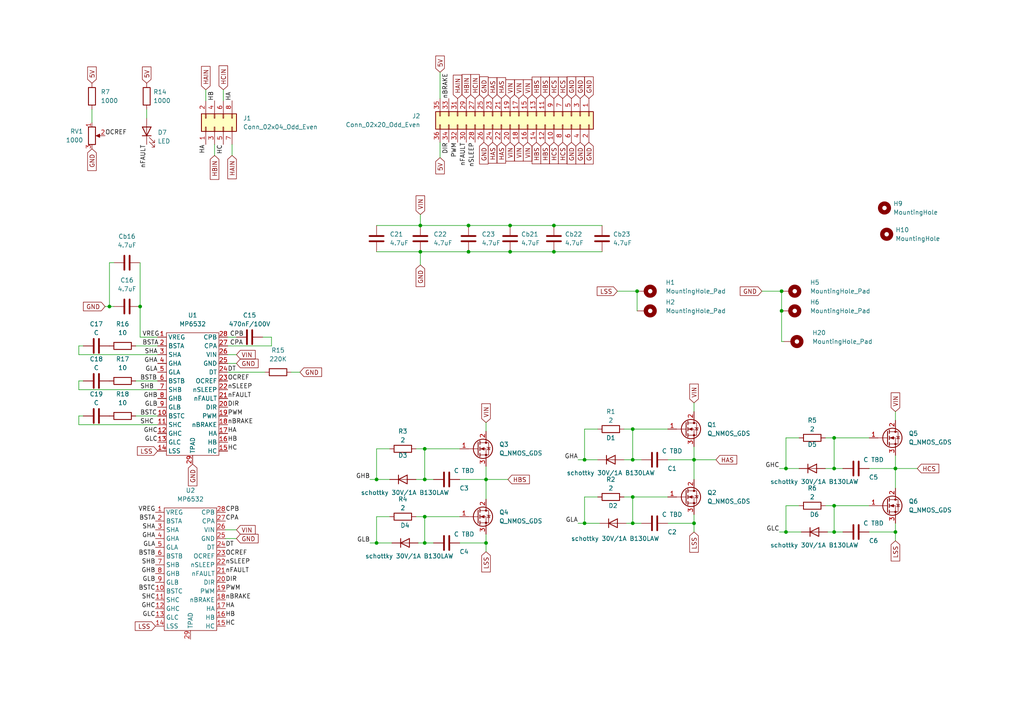
<source format=kicad_sch>
(kicad_sch (version 20211123) (generator eeschema)
  (paper "A4")
  (lib_symbols
    (symbol "Connector_Generic:Conn_02x04_Odd_Even" (pin_names (offset 1.016) hide)
      (property "Reference" "J" (at 1.27 5.08 0))
      (property "Value" "Conn_02x04_Odd_Even" (at 1.27 -7.62 0))
      (symbol "Conn_02x04_Odd_Even_1_1"
        (rectangle (start -1.27 -4.953) (end 0 -5.207) (stroke (width 0.1524)))
        (rectangle (start -1.27 -2.413) (end 0 -2.667) (stroke (width 0.1524)))
        (rectangle (start -1.27 0.127) (end 0 -0.127) (stroke (width 0.1524)))
        (rectangle (start -1.27 2.667) (end 0 2.413) (stroke (width 0.1524)))
        (rectangle (start -1.27 3.81) (end 3.81 -6.35) (stroke (width 0.254)) (fill (type background)))
        (rectangle (start 3.81 -4.953) (end 2.54 -5.207) (stroke (width 0.1524)))
        (rectangle (start 3.81 -2.413) (end 2.54 -2.667) (stroke (width 0.1524)))
        (rectangle (start 3.81 0.127) (end 2.54 -0.127) (stroke (width 0.1524)))
        (rectangle (start 3.81 2.667) (end 2.54 2.413) (stroke (width 0.1524)))
        (pin passive line (at -5.08 2.54 0) (length 3.81) (name "Pin_1") (number "1"))
        (pin passive line (at 7.62 2.54 180) (length 3.81) (name "Pin_2") (number "2"))
        (pin passive line (at -5.08 0 0) (length 3.81) (name "Pin_3") (number "3"))
        (pin passive line (at 7.62 0 180) (length 3.81) (name "Pin_4") (number "4"))
        (pin passive line (at -5.08 -2.54 0) (length 3.81) (name "Pin_5") (number "5"))
        (pin passive line (at 7.62 -2.54 180) (length 3.81) (name "Pin_6") (number "6"))
        (pin passive line (at -5.08 -5.08 0) (length 3.81) (name "Pin_7") (number "7"))
        (pin passive line (at 7.62 -5.08 180) (length 3.81) (name "Pin_8") (number "8"))
      )
    )
    (symbol "Connector_Generic:Conn_02x18_Odd_Even" (pin_names (offset 1.016) hide)
      (property "Reference" "J" (at 1.27 22.86 0))
      (property "Value" "Conn_02x18_Odd_Even" (at 1.27 -25.4 0))
      (symbol "Conn_02x18_Odd_Even_1_1"
        (rectangle (start -1.27 -22.733) (end 0 -22.987) (stroke (width 0.1524)))
        (rectangle (start -1.27 -20.193) (end 0 -20.447) (stroke (width 0.1524)))
        (rectangle (start -1.27 -17.653) (end 0 -17.907) (stroke (width 0.1524)))
        (rectangle (start -1.27 -15.113) (end 0 -15.367) (stroke (width 0.1524)))
        (rectangle (start -1.27 -12.573) (end 0 -12.827) (stroke (width 0.1524)))
        (rectangle (start -1.27 -10.033) (end 0 -10.287) (stroke (width 0.1524)))
        (rectangle (start -1.27 -7.493) (end 0 -7.747) (stroke (width 0.1524)))
        (rectangle (start -1.27 -4.953) (end 0 -5.207) (stroke (width 0.1524)))
        (rectangle (start -1.27 -2.413) (end 0 -2.667) (stroke (width 0.1524)))
        (rectangle (start -1.27 0.127) (end 0 -0.127) (stroke (width 0.1524)))
        (rectangle (start -1.27 2.667) (end 0 2.413) (stroke (width 0.1524)))
        (rectangle (start -1.27 5.207) (end 0 4.953) (stroke (width 0.1524)))
        (rectangle (start -1.27 7.747) (end 0 7.493) (stroke (width 0.1524)))
        (rectangle (start -1.27 10.287) (end 0 10.033) (stroke (width 0.1524)))
        (rectangle (start -1.27 12.827) (end 0 12.573) (stroke (width 0.1524)))
        (rectangle (start -1.27 15.367) (end 0 15.113) (stroke (width 0.1524)))
        (rectangle (start -1.27 17.907) (end 0 17.653) (stroke (width 0.1524)))
        (rectangle (start -1.27 20.447) (end 0 20.193) (stroke (width 0.1524)))
        (rectangle (start -1.27 21.59) (end 3.81 -24.13) (stroke (width 0.254)) (fill (type background)))
        (rectangle (start 3.81 -22.733) (end 2.54 -22.987) (stroke (width 0.1524)))
        (rectangle (start 3.81 -20.193) (end 2.54 -20.447) (stroke (width 0.1524)))
        (rectangle (start 3.81 -17.653) (end 2.54 -17.907) (stroke (width 0.1524)))
        (rectangle (start 3.81 -15.113) (end 2.54 -15.367) (stroke (width 0.1524)))
        (rectangle (start 3.81 -12.573) (end 2.54 -12.827) (stroke (width 0.1524)))
        (rectangle (start 3.81 -10.033) (end 2.54 -10.287) (stroke (width 0.1524)))
        (rectangle (start 3.81 -7.493) (end 2.54 -7.747) (stroke (width 0.1524)))
        (rectangle (start 3.81 -4.953) (end 2.54 -5.207) (stroke (width 0.1524)))
        (rectangle (start 3.81 -2.413) (end 2.54 -2.667) (stroke (width 0.1524)))
        (rectangle (start 3.81 0.127) (end 2.54 -0.127) (stroke (width 0.1524)))
        (rectangle (start 3.81 2.667) (end 2.54 2.413) (stroke (width 0.1524)))
        (rectangle (start 3.81 5.207) (end 2.54 4.953) (stroke (width 0.1524)))
        (rectangle (start 3.81 7.747) (end 2.54 7.493) (stroke (width 0.1524)))
        (rectangle (start 3.81 10.287) (end 2.54 10.033) (stroke (width 0.1524)))
        (rectangle (start 3.81 12.827) (end 2.54 12.573) (stroke (width 0.1524)))
        (rectangle (start 3.81 15.367) (end 2.54 15.113) (stroke (width 0.1524)))
        (rectangle (start 3.81 17.907) (end 2.54 17.653) (stroke (width 0.1524)))
        (rectangle (start 3.81 20.447) (end 2.54 20.193) (stroke (width 0.1524)))
        (pin passive line (at -5.08 20.32 0) (length 3.81) (name "Pin_1") (number "1"))
        (pin passive line (at 7.62 10.16 180) (length 3.81) (name "Pin_10") (number "10"))
        (pin passive line (at -5.08 7.62 0) (length 3.81) (name "Pin_11") (number "11"))
        (pin passive line (at 7.62 7.62 180) (length 3.81) (name "Pin_12") (number "12"))
        (pin passive line (at -5.08 5.08 0) (length 3.81) (name "Pin_13") (number "13"))
        (pin passive line (at 7.62 5.08 180) (length 3.81) (name "Pin_14") (number "14"))
        (pin passive line (at -5.08 2.54 0) (length 3.81) (name "Pin_15") (number "15"))
        (pin passive line (at 7.62 2.54 180) (length 3.81) (name "Pin_16") (number "16"))
        (pin passive line (at -5.08 0 0) (length 3.81) (name "Pin_17") (number "17"))
        (pin passive line (at 7.62 0 180) (length 3.81) (name "Pin_18") (number "18"))
        (pin passive line (at -5.08 -2.54 0) (length 3.81) (name "Pin_19") (number "19"))
        (pin passive line (at 7.62 20.32 180) (length 3.81) (name "Pin_2") (number "2"))
        (pin passive line (at 7.62 -2.54 180) (length 3.81) (name "Pin_20") (number "20"))
        (pin passive line (at -5.08 -5.08 0) (length 3.81) (name "Pin_21") (number "21"))
        (pin passive line (at 7.62 -5.08 180) (length 3.81) (name "Pin_22") (number "22"))
        (pin passive line (at -5.08 -7.62 0) (length 3.81) (name "Pin_23") (number "23"))
        (pin passive line (at 7.62 -7.62 180) (length 3.81) (name "Pin_24") (number "24"))
        (pin passive line (at -5.08 -10.16 0) (length 3.81) (name "Pin_25") (number "25"))
        (pin passive line (at 7.62 -10.16 180) (length 3.81) (name "Pin_26") (number "26"))
        (pin passive line (at -5.08 -12.7 0) (length 3.81) (name "Pin_27") (number "27"))
        (pin passive line (at 7.62 -12.7 180) (length 3.81) (name "Pin_28") (number "28"))
        (pin passive line (at -5.08 -15.24 0) (length 3.81) (name "Pin_29") (number "29"))
        (pin passive line (at -5.08 17.78 0) (length 3.81) (name "Pin_3") (number "3"))
        (pin passive line (at 7.62 -15.24 180) (length 3.81) (name "Pin_30") (number "30"))
        (pin passive line (at -5.08 -17.78 0) (length 3.81) (name "Pin_31") (number "31"))
        (pin passive line (at 7.62 -17.78 180) (length 3.81) (name "Pin_32") (number "32"))
        (pin passive line (at -5.08 -20.32 0) (length 3.81) (name "Pin_33") (number "33"))
        (pin passive line (at 7.62 -20.32 180) (length 3.81) (name "Pin_34") (number "34"))
        (pin passive line (at -5.08 -22.86 0) (length 3.81) (name "Pin_35") (number "35"))
        (pin passive line (at 7.62 -22.86 180) (length 3.81) (name "Pin_36") (number "36"))
        (pin passive line (at 7.62 17.78 180) (length 3.81) (name "Pin_4") (number "4"))
        (pin passive line (at -5.08 15.24 0) (length 3.81) (name "Pin_5") (number "5"))
        (pin passive line (at 7.62 15.24 180) (length 3.81) (name "Pin_6") (number "6"))
        (pin passive line (at -5.08 12.7 0) (length 3.81) (name "Pin_7") (number "7"))
        (pin passive line (at 7.62 12.7 180) (length 3.81) (name "Pin_8") (number "8"))
        (pin passive line (at -5.08 10.16 0) (length 3.81) (name "Pin_9") (number "9"))
      )
    )
    (symbol "Device:C" (pin_numbers hide) (pin_names (offset 0.254))
      (property "Reference" "C" (at 0.635 2.54 0))
      (property "Value" "C" (at 0.635 -2.54 0))
      (symbol "C_0_1"
        (polyline (pts (xy -2.032 -0.762) (xy 2.032 -0.762)) (stroke (width 0.508)))
        (polyline (pts (xy -2.032 0.762) (xy 2.032 0.762)) (stroke (width 0.508)))
      )
      (symbol "C_1_1"
        (pin passive line (at 0 3.81 270) (length 2.794) (name "~") (number "1"))
        (pin passive line (at 0 -3.81 90) (length 2.794) (name "~") (number "2"))
      )
    )
    (symbol "Device:D" (pin_numbers hide) (pin_names (offset 1.016) hide)
      (property "Reference" "D" (at 0 2.54 0))
      (property "Value" "D" (at 0 -2.54 0))
      (symbol "D_0_1"
        (polyline (pts (xy -1.27 1.27) (xy -1.27 -1.27)) (stroke (width 0.254)))
        (polyline (pts (xy 1.27 0) (xy -1.27 0)))
        (polyline (pts (xy 1.27 1.27) (xy 1.27 -1.27) (xy -1.27 0) (xy 1.27 1.27)) (stroke (width 0.254)))
      )
      (symbol "D_1_1"
        (pin passive line (at -3.81 0 0) (length 2.54) (name "K") (number "1"))
        (pin passive line (at 3.81 0 180) (length 2.54) (name "A") (number "2"))
      )
    )
    (symbol "Device:LED" (pin_numbers hide) (pin_names (offset 1.016) hide)
      (property "Reference" "D" (at 0 2.54 0))
      (property "Value" "LED" (at 0 -2.54 0))
      (symbol "LED_0_1"
        (polyline (pts (xy -1.27 -1.27) (xy -1.27 1.27)) (stroke (width 0.254)))
        (polyline (pts (xy -1.27 0) (xy 1.27 0)))
        (polyline (pts (xy 1.27 -1.27) (xy 1.27 1.27) (xy -1.27 0) (xy 1.27 -1.27)) (stroke (width 0.254)))
        (polyline (pts (xy -3.048 -0.762) (xy -4.572 -2.286) (xy -3.81 -2.286) (xy -4.572 -2.286) (xy -4.572 -1.524)))
        (polyline (pts (xy -1.778 -0.762) (xy -3.302 -2.286) (xy -2.54 -2.286) (xy -3.302 -2.286) (xy -3.302 -1.524)))
      )
      (symbol "LED_1_1"
        (pin passive line (at -3.81 0 0) (length 2.54) (name "K") (number "1"))
        (pin passive line (at 3.81 0 180) (length 2.54) (name "A") (number "2"))
      )
    )
    (symbol "Device:Q_NMOS_GDS" (pin_names (offset 0) hide)
      (property "Reference" "Q" (at 5.08 1.27 0))
      (property "Value" "Q_NMOS_GDS" (at 5.08 -1.27 0))
      (symbol "Q_NMOS_GDS_0_1"
        (polyline (pts (xy 0.254 0) (xy -2.54 0)))
        (polyline (pts (xy 0.254 1.905) (xy 0.254 -1.905)) (stroke (width 0.254)))
        (polyline (pts (xy 0.762 -1.27) (xy 0.762 -2.286)) (stroke (width 0.254)))
        (polyline (pts (xy 0.762 0.508) (xy 0.762 -0.508)) (stroke (width 0.254)))
        (polyline (pts (xy 0.762 2.286) (xy 0.762 1.27)) (stroke (width 0.254)))
        (polyline (pts (xy 2.54 2.54) (xy 2.54 1.778)))
        (polyline (pts (xy 2.54 -2.54) (xy 2.54 0) (xy 0.762 0)))
        (polyline (pts (xy 0.762 -1.778) (xy 3.302 -1.778) (xy 3.302 1.778) (xy 0.762 1.778)))
        (polyline (pts (xy 1.016 0) (xy 2.032 0.381) (xy 2.032 -0.381) (xy 1.016 0)) (fill (type outline)))
        (polyline (pts (xy 2.794 0.508) (xy 2.921 0.381) (xy 3.683 0.381) (xy 3.81 0.254)))
        (polyline (pts (xy 3.302 0.381) (xy 2.921 -0.254) (xy 3.683 -0.254) (xy 3.302 0.381)))
        (circle (center 1.651 0) (radius 2.794) (stroke (width 0.254)))
        (circle (center 2.54 -1.778) (radius 0.254) (fill (type outline)))
        (circle (center 2.54 1.778) (radius 0.254) (fill (type outline)))
      )
      (symbol "Q_NMOS_GDS_1_1"
        (pin input line (at -5.08 0 0) (length 2.54) (name "G") (number "1"))
        (pin passive line (at 2.54 5.08 270) (length 2.54) (name "D") (number "2"))
        (pin passive line (at 2.54 -5.08 90) (length 2.54) (name "S") (number "3"))
      )
    )
    (symbol "Device:R" (pin_numbers hide) (pin_names (offset 0))
      (property "Reference" "R" (at 2.032 0 90))
      (property "Value" "R" (at 0 0 90))
      (symbol "R_0_1"
        (rectangle (start -1.016 -2.54) (end 1.016 2.54) (stroke (width 0.254)))
      )
      (symbol "R_1_1"
        (pin passive line (at 0 3.81 270) (length 1.27) (name "~") (number "1"))
        (pin passive line (at 0 -3.81 90) (length 1.27) (name "~") (number "2"))
      )
    )
    (symbol "Device:R_Potentiometer" (pin_names (offset 1.016) hide)
      (property "Reference" "RV" (at -4.445 0 90))
      (property "Value" "R_Potentiometer" (at -2.54 0 90))
      (symbol "R_Potentiometer_0_1"
        (polyline (pts (xy 2.54 0) (xy 1.524 0)))
        (polyline (pts (xy 1.143 0) (xy 2.286 0.508) (xy 2.286 -0.508) (xy 1.143 0)) (fill (type outline)))
        (rectangle (start 1.016 2.54) (end -1.016 -2.54) (stroke (width 0.254)))
      )
      (symbol "R_Potentiometer_1_1"
        (pin passive line (at 0 3.81 270) (length 1.27) (name "1") (number "1"))
        (pin passive line (at 3.81 0 180) (length 1.27) (name "2") (number "2"))
        (pin passive line (at 0 -3.81 90) (length 1.27) (name "3") (number "3"))
      )
    )
    (symbol "Local:MP6532"
      (property "Reference" "U2" (at 0 22.86 0))
      (property "Value" "MP6532" (at 0 20.32 0))
      (symbol "MP6532_0_1"
        (rectangle (start -7.62 17.78) (end 7.62 -17.78))
      )
      (symbol "MP6532_1_1"
        (pin input line (at -10.16 16.51 0) (length 2.54) (name "VREG") (number "1"))
        (pin input line (at -10.16 -6.35 0) (length 2.54) (name "BSTC") (number "10"))
        (pin input line (at -10.16 -8.89 0) (length 2.54) (name "SHC") (number "11"))
        (pin input line (at -10.16 -11.43 0) (length 2.54) (name "GHC") (number "12"))
        (pin input line (at -10.16 -13.97 0) (length 2.54) (name "GLC") (number "13"))
        (pin input line (at -10.16 -16.51 0) (length 2.54) (name "LSS") (number "14"))
        (pin input line (at 10.16 -16.51 180) (length 2.54) (name "HC") (number "15"))
        (pin input line (at 10.16 -13.97 180) (length 2.54) (name "HB") (number "16"))
        (pin input line (at 10.16 -11.43 180) (length 2.54) (name "HA") (number "17"))
        (pin input line (at 10.16 -8.89 180) (length 2.54) (name "nBRAKE") (number "18"))
        (pin input line (at 10.16 -6.35 180) (length 2.54) (name "PWM") (number "19"))
        (pin input line (at -10.16 13.97 0) (length 2.54) (name "BSTA") (number "2"))
        (pin input line (at 10.16 -3.81 180) (length 2.54) (name "DIR") (number "20"))
        (pin input line (at 10.16 -1.27 180) (length 2.54) (name "nFAULT") (number "21"))
        (pin input line (at 10.16 1.27 180) (length 2.54) (name "nSLEEP") (number "22"))
        (pin input line (at 10.16 3.81 180) (length 2.54) (name "OCREF") (number "23"))
        (pin input line (at 10.16 6.35 180) (length 2.54) (name "DT") (number "24"))
        (pin input line (at 10.16 8.89 180) (length 2.54) (name "GND") (number "25"))
        (pin input line (at 10.16 11.43 180) (length 2.54) (name "VIN") (number "26"))
        (pin input line (at 10.16 13.97 180) (length 2.54) (name "CPA") (number "27"))
        (pin input line (at 10.16 16.51 180) (length 2.54) (name "CPB") (number "28"))
        (pin input line (at 0 -20.32 90) (length 2.54) (name "TPAD") (number "29"))
        (pin input line (at -10.16 11.43 0) (length 2.54) (name "SHA") (number "3"))
        (pin input line (at -10.16 8.89 0) (length 2.54) (name "GHA") (number "4"))
        (pin input line (at -10.16 6.35 0) (length 2.54) (name "GLA") (number "5"))
        (pin input line (at -10.16 3.81 0) (length 2.54) (name "BSTB") (number "6"))
        (pin input line (at -10.16 1.27 0) (length 2.54) (name "SHB") (number "7"))
        (pin input line (at -10.16 -1.27 0) (length 2.54) (name "GHB") (number "8"))
        (pin input line (at -10.16 -3.81 0) (length 2.54) (name "GLB") (number "9"))
      )
    )
    (symbol "MP6532_1"
      (property "Reference" "U2" (at 0 22.86 0))
      (property "Value" "MP6532_1" (at 0 20.32 0))
      (symbol "MP6532_1_0_1"
        (rectangle (start -7.62 17.78) (end 7.62 -17.78))
      )
      (symbol "MP6532_1_1_1"
        (pin input line (at -10.16 16.51 0) (length 2.54) (name "VREG") (number "1"))
        (pin input line (at -10.16 -6.35 0) (length 2.54) (name "BSTC") (number "10"))
        (pin input line (at -10.16 -8.89 0) (length 2.54) (name "SHC") (number "11"))
        (pin input line (at -10.16 -11.43 0) (length 2.54) (name "GHC") (number "12"))
        (pin input line (at -10.16 -13.97 0) (length 2.54) (name "GLC") (number "13"))
        (pin input line (at -10.16 -16.51 0) (length 2.54) (name "LSS") (number "14"))
        (pin input line (at 10.16 -16.51 180) (length 2.54) (name "HC") (number "15"))
        (pin input line (at 10.16 -13.97 180) (length 2.54) (name "HB") (number "16"))
        (pin input line (at 10.16 -11.43 180) (length 2.54) (name "HA") (number "17"))
        (pin input line (at 10.16 -8.89 180) (length 2.54) (name "nBRAKE") (number "18"))
        (pin input line (at 10.16 -6.35 180) (length 2.54) (name "PWM") (number "19"))
        (pin input line (at -10.16 13.97 0) (length 2.54) (name "BSTA") (number "2"))
        (pin input line (at 10.16 -3.81 180) (length 2.54) (name "DIR") (number "20"))
        (pin input line (at 10.16 -1.27 180) (length 2.54) (name "nFAULT") (number "21"))
        (pin input line (at 10.16 1.27 180) (length 2.54) (name "nSLEEP") (number "22"))
        (pin input line (at 10.16 3.81 180) (length 2.54) (name "OCREF") (number "23"))
        (pin input line (at 10.16 6.35 180) (length 2.54) (name "DT") (number "24"))
        (pin input line (at 10.16 8.89 180) (length 2.54) (name "GND") (number "25"))
        (pin input line (at 10.16 11.43 180) (length 2.54) (name "VIN") (number "26"))
        (pin input line (at 10.16 13.97 180) (length 2.54) (name "CPA") (number "27"))
        (pin input line (at 10.16 16.51 180) (length 2.54) (name "CPB") (number "28"))
        (pin input line (at 0 -20.32 90) (length 2.54) (name "TPAD") (number "29"))
        (pin input line (at -10.16 11.43 0) (length 2.54) (name "SHA") (number "3"))
        (pin input line (at -10.16 8.89 0) (length 2.54) (name "GHA") (number "4"))
        (pin input line (at -10.16 6.35 0) (length 2.54) (name "GLA") (number "5"))
        (pin input line (at -10.16 3.81 0) (length 2.54) (name "BSTB") (number "6"))
        (pin input line (at -10.16 1.27 0) (length 2.54) (name "SHB") (number "7"))
        (pin input line (at -10.16 -1.27 0) (length 2.54) (name "GHB") (number "8"))
        (pin input line (at -10.16 -3.81 0) (length 2.54) (name "GLB") (number "9"))
      )
    )
    (symbol "Mechanical:MountingHole" (pin_names (offset 1.016))
      (property "Reference" "H" (at 0 5.08 0))
      (property "Value" "MountingHole" (at 0 3.175 0))
      (symbol "MountingHole_0_1"
        (circle (center 0 0) (radius 1.27) (stroke (width 1.27)))
      )
    )
    (symbol "Mechanical:MountingHole_Pad" (pin_numbers hide) (pin_names (offset 1.016) hide)
      (property "Reference" "H" (at 0 6.35 0))
      (property "Value" "MountingHole_Pad" (at 0 4.445 0))
      (symbol "MountingHole_Pad_0_1"
        (circle (center 0 1.27) (radius 1.27) (stroke (width 1.27)))
      )
      (symbol "MountingHole_Pad_1_1"
        (pin input line (at 0 -2.54 90) (length 2.54) (name "1") (number "1"))
      )
    )
  )
  (junction (at 123.19 149.86))
  (junction (at 183.515 133.35))
  (junction (at 140.97 157.48))
  (junction (at 227.965 135.89))
  (junction (at 226.695 84.455))
  (junction (at 201.295 151.765))
  (junction (at 135.89 65.405))
  (junction (at 160.655 73.025))
  (junction (at 160.655 65.405))
  (junction (at 183.515 151.765))
  (junction (at 183.515 144.145))
  (junction (at 183.515 124.46))
  (junction (at 109.22 139.065))
  (junction (at 31.75 88.9))
  (junction (at 121.92 73.025))
  (junction (at 226.695 90.17))
  (junction (at 201.295 133.35))
  (junction (at 241.935 154.305))
  (junction (at 123.19 139.065))
  (junction (at 259.715 135.89))
  (junction (at 147.955 65.405))
  (junction (at 123.19 130.175))
  (junction (at 123.19 157.48))
  (junction (at 40.64 88.9))
  (junction (at 169.545 151.765))
  (junction (at 184.785 84.455))
  (junction (at 109.22 157.48))
  (junction (at 241.935 146.685))
  (junction (at 135.89 73.025))
  (junction (at 241.935 127))
  (junction (at 241.935 135.89))
  (junction (at 169.545 133.35))
  (junction (at 140.97 139.065))
  (junction (at 121.92 65.405))
  (junction (at 227.965 154.305))
  (junction (at 259.715 154.305))
  (junction (at 147.955 73.025))
  (wire (pts (xy 169.545 144.145) (xy 173.355 144.145)))
  (wire (pts (xy 193.675 151.765) (xy 201.295 151.765)))
  (wire (pts (xy 113.665 157.48) (xy 109.22 157.48)))
  (wire (pts (xy 66.04 107.95) (xy 76.835 107.95)))
  (wire (pts (xy 109.22 139.065) (xy 113.03 139.065)))
  (wire (pts (xy 169.545 151.765) (xy 169.545 144.145)))
  (wire (pts (xy 160.655 73.025) (xy 174.625 73.025)))
  (wire (pts (xy 123.19 130.175) (xy 123.19 139.065)))
  (wire (pts (xy 169.545 124.46) (xy 169.545 133.35)))
  (wire (pts (xy 31.75 88.9) (xy 33.02 88.9)))
  (wire (pts (xy 220.98 84.455) (xy 226.695 84.455)))
  (wire (pts (xy 109.22 157.48) (xy 109.22 149.86)))
  (wire (pts (xy 201.295 133.35) (xy 207.645 133.35)))
  (wire (pts (xy 186.055 151.765) (xy 183.515 151.765)))
  (wire (pts (xy 40.64 97.79) (xy 45.72 97.79)))
  (wire (pts (xy 133.35 157.48) (xy 140.97 157.48)))
  (wire (pts (xy 113.03 130.175) (xy 109.22 130.175)))
  (wire (pts (xy 62.23 41.91) (xy 62.23 45.085)))
  (wire (pts (xy 22.86 120.65) (xy 24.13 120.65)))
  (wire (pts (xy 259.715 135.89) (xy 259.715 141.605)))
  (wire (pts (xy 169.545 133.35) (xy 173.355 133.35)))
  (wire (pts (xy 201.295 116.84) (xy 201.295 119.38)))
  (wire (pts (xy 67.31 41.91) (xy 67.31 45.085)))
  (wire (pts (xy 180.975 133.35) (xy 183.515 133.35)))
  (wire (pts (xy 226.06 135.89) (xy 227.965 135.89)))
  (wire (pts (xy 201.295 133.35) (xy 201.295 139.065)))
  (wire (pts (xy 107.315 157.48) (xy 109.22 157.48)))
  (wire (pts (xy 201.295 151.765) (xy 201.295 149.225)))
  (wire (pts (xy 39.37 100.33) (xy 45.72 100.33)))
  (wire (pts (xy 241.935 146.685) (xy 252.095 146.685)))
  (wire (pts (xy 107.315 139.065) (xy 109.22 139.065)))
  (wire (pts (xy 244.475 154.305) (xy 241.935 154.305)))
  (wire (pts (xy 78.74 100.33) (xy 78.74 97.79)))
  (wire (pts (xy 22.86 123.19) (xy 45.72 123.19)))
  (wire (pts (xy 22.86 110.49) (xy 22.86 113.03)))
  (wire (pts (xy 24.13 100.33) (xy 22.86 100.33)))
  (wire (pts (xy 123.19 130.175) (xy 133.35 130.175)))
  (wire (pts (xy 140.97 139.065) (xy 140.97 135.255)))
  (wire (pts (xy 173.355 124.46) (xy 169.545 124.46)))
  (wire (pts (xy 227.965 135.89) (xy 231.775 135.89)))
  (wire (pts (xy 123.19 157.48) (xy 123.19 149.86)))
  (wire (pts (xy 140.97 139.065) (xy 140.97 144.78)))
  (wire (pts (xy 59.69 26.035) (xy 59.69 29.21)))
  (wire (pts (xy 226.695 99.06) (xy 227.33 99.06)))
  (wire (pts (xy 65.405 156.21) (xy 68.58 156.21)))
  (wire (pts (xy 109.22 130.175) (xy 109.22 139.065)))
  (wire (pts (xy 173.99 151.765) (xy 169.545 151.765)))
  (wire (pts (xy 244.475 135.89) (xy 241.935 135.89)))
  (wire (pts (xy 121.92 73.025) (xy 135.89 73.025)))
  (wire (pts (xy 231.775 127) (xy 227.965 127)))
  (wire (pts (xy 120.65 139.065) (xy 123.19 139.065)))
  (wire (pts (xy 241.935 154.305) (xy 241.935 146.685)))
  (wire (pts (xy 22.86 120.65) (xy 22.86 123.19)))
  (wire (pts (xy 135.89 73.025) (xy 147.955 73.025)))
  (wire (pts (xy 193.675 133.35) (xy 201.295 133.35)))
  (wire (pts (xy 241.935 127) (xy 252.095 127)))
  (wire (pts (xy 167.64 151.765) (xy 169.545 151.765)))
  (wire (pts (xy 125.73 139.065) (xy 123.19 139.065)))
  (wire (pts (xy 66.04 105.41) (xy 68.58 105.41)))
  (wire (pts (xy 40.64 88.9) (xy 40.64 97.79)))
  (wire (pts (xy 180.975 124.46) (xy 183.515 124.46)))
  (wire (pts (xy 40.64 76.2) (xy 40.64 88.9)))
  (wire (pts (xy 259.715 154.305) (xy 259.715 151.765)))
  (wire (pts (xy 147.955 73.025) (xy 160.655 73.025)))
  (wire (pts (xy 22.86 100.33) (xy 22.86 102.87)))
  (wire (pts (xy 259.715 135.89) (xy 259.715 132.08)))
  (wire (pts (xy 140.97 122.555) (xy 140.97 125.095)))
  (wire (pts (xy 140.97 157.48) (xy 140.97 160.02)))
  (wire (pts (xy 109.22 65.405) (xy 121.92 65.405)))
  (wire (pts (xy 22.86 110.49) (xy 24.13 110.49)))
  (wire (pts (xy 184.785 84.455) (xy 184.785 90.17)))
  (wire (pts (xy 120.65 130.175) (xy 123.19 130.175)))
  (wire (pts (xy 42.545 31.75) (xy 42.545 34.29)))
  (wire (pts (xy 22.86 113.03) (xy 45.72 113.03)))
  (wire (pts (xy 121.92 65.405) (xy 135.89 65.405)))
  (wire (pts (xy 127.635 20.955) (xy 127.635 28.575)))
  (wire (pts (xy 201.295 133.35) (xy 201.295 129.54)))
  (wire (pts (xy 31.75 88.9) (xy 31.75 76.2)))
  (wire (pts (xy 226.695 90.17) (xy 226.695 99.06)))
  (wire (pts (xy 181.61 151.765) (xy 183.515 151.765)))
  (wire (pts (xy 160.655 65.405) (xy 174.625 65.405)))
  (wire (pts (xy 239.395 135.89) (xy 241.935 135.89)))
  (wire (pts (xy 121.92 62.23) (xy 121.92 65.405)))
  (wire (pts (xy 121.285 157.48) (xy 123.19 157.48)))
  (wire (pts (xy 121.92 73.025) (xy 121.92 76.835)))
  (wire (pts (xy 252.095 135.89) (xy 259.715 135.89)))
  (wire (pts (xy 31.75 76.2) (xy 33.02 76.2)))
  (wire (pts (xy 30.48 88.9) (xy 31.75 88.9)))
  (wire (pts (xy 167.64 133.35) (xy 169.545 133.35)))
  (wire (pts (xy 183.515 124.46) (xy 183.515 133.35)))
  (wire (pts (xy 39.37 110.49) (xy 45.72 110.49)))
  (wire (pts (xy 84.455 107.95) (xy 86.995 107.95)))
  (wire (pts (xy 65.405 153.67) (xy 68.58 153.67)))
  (wire (pts (xy 66.04 102.87) (xy 68.58 102.87)))
  (wire (pts (xy 183.515 144.145) (xy 193.675 144.145)))
  (wire (pts (xy 227.965 146.685) (xy 231.775 146.685)))
  (wire (pts (xy 183.515 151.765) (xy 183.515 144.145)))
  (wire (pts (xy 135.89 65.405) (xy 147.955 65.405)))
  (wire (pts (xy 226.06 154.305) (xy 227.965 154.305)))
  (wire (pts (xy 123.19 149.86) (xy 133.35 149.86)))
  (wire (pts (xy 22.86 102.87) (xy 45.72 102.87)))
  (wire (pts (xy 239.395 127) (xy 241.935 127)))
  (wire (pts (xy 140.97 139.065) (xy 147.32 139.065)))
  (wire (pts (xy 66.04 100.33) (xy 78.74 100.33)))
  (wire (pts (xy 241.935 127) (xy 241.935 135.89)))
  (wire (pts (xy 183.515 124.46) (xy 193.675 124.46)))
  (wire (pts (xy 127.635 41.275) (xy 127.635 45.72)))
  (wire (pts (xy 259.715 119.38) (xy 259.715 121.92)))
  (wire (pts (xy 140.97 157.48) (xy 140.97 154.94)))
  (wire (pts (xy 109.22 73.025) (xy 121.92 73.025)))
  (wire (pts (xy 239.395 146.685) (xy 241.935 146.685)))
  (wire (pts (xy 133.35 139.065) (xy 140.97 139.065)))
  (wire (pts (xy 64.77 26.035) (xy 64.77 29.21)))
  (wire (pts (xy 186.055 133.35) (xy 183.515 133.35)))
  (wire (pts (xy 259.715 135.89) (xy 266.065 135.89)))
  (wire (pts (xy 26.67 31.75) (xy 26.67 35.56)))
  (wire (pts (xy 179.07 84.455) (xy 184.785 84.455)))
  (wire (pts (xy 147.955 65.405) (xy 160.655 65.405)))
  (wire (pts (xy 109.22 149.86) (xy 113.03 149.86)))
  (wire (pts (xy 180.975 144.145) (xy 183.515 144.145)))
  (wire (pts (xy 240.03 154.305) (xy 241.935 154.305)))
  (wire (pts (xy 39.37 120.65) (xy 45.72 120.65)))
  (wire (pts (xy 252.095 154.305) (xy 259.715 154.305)))
  (wire (pts (xy 227.965 127) (xy 227.965 135.89)))
  (wire (pts (xy 125.73 157.48) (xy 123.19 157.48)))
  (wire (pts (xy 259.715 154.305) (xy 259.715 156.845)))
  (wire (pts (xy 120.65 149.86) (xy 123.19 149.86)))
  (wire (pts (xy 78.74 97.79) (xy 76.2 97.79)))
  (wire (pts (xy 232.41 154.305) (xy 227.965 154.305)))
  (wire (pts (xy 66.04 97.79) (xy 68.58 97.79)))
  (wire (pts (xy 226.695 84.455) (xy 226.695 90.17)))
  (wire (pts (xy 227.965 154.305) (xy 227.965 146.685)))
  (wire (pts (xy 201.295 151.765) (xy 201.295 154.305)))
  (label "HC" (at 66.04 130.81 0))
  (label "BSTA" (at 41.275 100.33 0))
  (label "BSTB" (at 40.64 110.49 0))
  (label "BSTA" (at 45.085 151.13 180))
  (label "HA" (at 67.31 29.21 90))
  (label "OCREF" (at 30.48 39.37 0))
  (label "SHC" (at 45.085 173.99 180))
  (label "GHA" (at 167.64 133.35 180))
  (label "DIR" (at 66.04 118.11 0))
  (label "PWM" (at 66.04 120.65 0))
  (label "nBRAKE" (at 130.175 28.575 90))
  (label "GLA" (at 45.72 107.95 180))
  (label "nFAULT" (at 42.545 41.91 270))
  (label "BSTB" (at 45.085 161.29 180))
  (label "HB" (at 66.04 128.27 0))
  (label "VREG" (at 45.085 148.59 180))
  (label "nSLEEP" (at 137.795 41.275 270))
  (label "GHB" (at 45.085 166.37 180))
  (label "nFAULT" (at 65.405 166.37 0))
  (label "GLB" (at 45.72 118.11 180))
  (label "GHB" (at 45.72 115.57 180))
  (label "nSLEEP" (at 66.04 113.03 0))
  (label "nBRAKE" (at 65.405 173.99 0))
  (label "SHA" (at 45.085 153.67 180))
  (label "DIR" (at 130.175 41.275 270))
  (label "GLB" (at 107.315 157.48 180))
  (label "HA" (at 66.04 125.73 0))
  (label "SHC" (at 40.64 123.19 0))
  (label "SHB" (at 40.64 113.03 0))
  (label "PWM" (at 132.715 41.275 270))
  (label "CPB" (at 65.405 148.59 0))
  (label "CPA" (at 65.405 151.13 0))
  (label "GHC" (at 226.06 135.89 180))
  (label "OCREF" (at 66.04 110.49 0))
  (label "GLC" (at 45.085 179.07 180))
  (label "HC" (at 65.405 181.61 0))
  (label "DT" (at 66.04 107.95 0))
  (label "GLC" (at 226.06 154.305 180))
  (label "nBRAKE" (at 66.04 123.19 0))
  (label "GHC" (at 45.72 125.73 180))
  (label "DIR" (at 65.405 168.91 0))
  (label "HA" (at 65.405 176.53 0))
  (label "nFAULT" (at 66.04 115.57 0))
  (label "PWM" (at 65.405 171.45 0))
  (label "HA" (at 59.69 41.91 270))
  (label "DT" (at 65.405 158.75 0))
  (label "VREG" (at 41.275 97.79 0))
  (label "BSTC" (at 45.085 171.45 180))
  (label "BSTC" (at 40.64 120.65 0))
  (label "GHA" (at 45.72 105.41 180))
  (label "SHB" (at 45.085 163.83 180))
  (label "GLA" (at 45.085 158.75 180))
  (label "SHA" (at 41.91 102.87 0))
  (label "HB" (at 62.23 29.21 90))
  (label "GLB" (at 45.085 168.91 180))
  (label "OCREF" (at 65.405 161.29 0))
  (label "GHA" (at 45.085 156.21 180))
  (label "GHC" (at 45.085 176.53 180))
  (label "GLA" (at 167.64 151.765 180))
  (label "nFAULT" (at 135.255 41.275 270))
  (label "CPA" (at 66.675 100.33 0))
  (label "HB" (at 65.405 179.07 0))
  (label "GHB" (at 107.315 139.065 180))
  (label "HC" (at 64.77 41.91 270))
  (label "nSLEEP" (at 65.405 163.83 0))
  (label "CPB" (at 66.675 97.79 0))
  (label "GLC" (at 45.72 128.27 180))
  (global_label "HBS" (shape input) (at 158.115 28.575 90) (property "Références Inter-Feuilles" "${INTERSHEET_REFS}" (effects hide)))
  (global_label "HCS" (shape input) (at 160.655 41.275 270) (property "Références Inter-Feuilles" "${INTERSHEET_REFS}" (effects hide)))
  (global_label "HAS" (shape input) (at 145.415 28.575 90) (property "Références Inter-Feuilles" "${INTERSHEET_REFS}" (effects hide)))
  (global_label "HAIN" (shape input) (at 59.69 26.035 90) (property "Références Inter-Feuilles" "${INTERSHEET_REFS}" (effects hide)))
  (global_label "HBS" (shape input) (at 155.575 28.575 90) (property "Références Inter-Feuilles" "${INTERSHEET_REFS}" (effects hide)))
  (global_label "GND" (shape input) (at 170.815 41.275 270) (property "Références Inter-Feuilles" "${INTERSHEET_REFS}" (effects hide)))
  (global_label "LSS" (shape input) (at 140.97 160.02 270) (property "Références Inter-Feuilles" "${INTERSHEET_REFS}" (effects hide)))
  (global_label "GND" (shape input) (at 68.58 105.41 0) (property "Références Inter-Feuilles" "${INTERSHEET_REFS}" (effects hide)))
  (global_label "HBS" (shape input) (at 147.32 139.065 0) (property "Références Inter-Feuilles" "${INTERSHEET_REFS}" (effects hide)))
  (global_label "VIN" (shape input) (at 259.715 119.38 90) (property "Références Inter-Feuilles" "${INTERSHEET_REFS}" (effects hide)))
  (global_label "GND" (shape input) (at 86.995 107.95 0) (property "Références Inter-Feuilles" "${INTERSHEET_REFS}" (effects hide)))
  (global_label "VIN" (shape input) (at 68.58 153.67 0) (property "Références Inter-Feuilles" "${INTERSHEET_REFS}" (effects hide)))
  (global_label "GND" (shape input) (at 168.275 28.575 90) (property "Références Inter-Feuilles" "${INTERSHEET_REFS}" (effects hide)))
  (global_label "VIN" (shape input) (at 68.58 102.87 0) (property "Références Inter-Feuilles" "${INTERSHEET_REFS}" (effects hide)))
  (global_label "VIN" (shape input) (at 121.92 62.23 90) (property "Références Inter-Feuilles" "${INTERSHEET_REFS}" (effects hide)))
  (global_label "VIN" (shape input) (at 201.295 116.84 90) (property "Références Inter-Feuilles" "${INTERSHEET_REFS}" (effects hide)))
  (global_label "HAIN" (shape input) (at 132.715 28.575 90) (property "Références Inter-Feuilles" "${INTERSHEET_REFS}" (effects hide)))
  (global_label "HCIN" (shape input) (at 64.77 26.035 90) (property "Références Inter-Feuilles" "${INTERSHEET_REFS}" (effects hide)))
  (global_label "HAS" (shape input) (at 142.875 28.575 90) (property "Références Inter-Feuilles" "${INTERSHEET_REFS}" (effects hide)))
  (global_label "VIN" (shape input) (at 147.955 41.275 270) (property "Références Inter-Feuilles" "${INTERSHEET_REFS}" (effects hide)))
  (global_label "HCIN" (shape input) (at 137.795 28.575 90) (property "Références Inter-Feuilles" "${INTERSHEET_REFS}" (effects hide)))
  (global_label "GND" (shape input) (at 165.735 28.575 90) (property "Références Inter-Feuilles" "${INTERSHEET_REFS}" (effects hide)))
  (global_label "GND" (shape input) (at 121.92 76.835 270) (property "Références Inter-Feuilles" "${INTERSHEET_REFS}" (effects hide)))
  (global_label "GND" (shape input) (at 140.335 41.275 270) (property "Références Inter-Feuilles" "${INTERSHEET_REFS}" (effects hide)))
  (global_label "HAS" (shape input) (at 145.415 41.275 270) (property "Références Inter-Feuilles" "${INTERSHEET_REFS}" (effects hide)))
  (global_label "5V" (shape input) (at 127.635 45.72 270) (property "Références Inter-Feuilles" "${INTERSHEET_REFS}" (effects hide)))
  (global_label "VIN" (shape input) (at 153.035 28.575 90) (property "Références Inter-Feuilles" "${INTERSHEET_REFS}" (effects hide)))
  (global_label "5V" (shape input) (at 127.635 20.955 90) (property "Références Inter-Feuilles" "${INTERSHEET_REFS}" (effects hide)))
  (global_label "GND" (shape input) (at 68.58 156.21 0) (property "Références Inter-Feuilles" "${INTERSHEET_REFS}" (effects hide)))
  (global_label "HAS" (shape input) (at 142.875 41.275 270) (property "Références Inter-Feuilles" "${INTERSHEET_REFS}" (effects hide)))
  (global_label "LSS" (shape input) (at 179.07 84.455 180) (property "Références Inter-Feuilles" "${INTERSHEET_REFS}" (effects hide)))
  (global_label "GND" (shape input) (at 26.67 43.18 270) (property "Références Inter-Feuilles" "${INTERSHEET_REFS}" (effects hide)))
  (global_label "VIN" (shape input) (at 147.955 28.575 90) (property "Références Inter-Feuilles" "${INTERSHEET_REFS}" (effects hide)))
  (global_label "5V" (shape input) (at 42.545 24.13 90) (property "Références Inter-Feuilles" "${INTERSHEET_REFS}" (effects hide)))
  (global_label "HBS" (shape input) (at 158.115 41.275 270) (property "Références Inter-Feuilles" "${INTERSHEET_REFS}" (effects hide)))
  (global_label "LSS" (shape input) (at 259.715 156.845 270) (property "Références Inter-Feuilles" "${INTERSHEET_REFS}" (effects hide)))
  (global_label "5V" (shape input) (at 26.67 24.13 90) (property "Références Inter-Feuilles" "${INTERSHEET_REFS}" (effects hide)))
  (global_label "HCS" (shape input) (at 266.065 135.89 0) (property "Références Inter-Feuilles" "${INTERSHEET_REFS}" (effects hide)))
  (global_label "HBS" (shape input) (at 155.575 41.275 270) (property "Références Inter-Feuilles" "${INTERSHEET_REFS}" (effects hide)))
  (global_label "GND" (shape input) (at 165.735 41.275 270) (property "Références Inter-Feuilles" "${INTERSHEET_REFS}" (effects hide)))
  (global_label "GND" (shape input) (at 30.48 88.9 180) (property "Références Inter-Feuilles" "${INTERSHEET_REFS}" (effects hide)))
  (global_label "VIN" (shape input) (at 150.495 28.575 90) (property "Références Inter-Feuilles" "${INTERSHEET_REFS}" (effects hide)))
  (global_label "GND" (shape input) (at 55.88 134.62 270) (property "Références Inter-Feuilles" "${INTERSHEET_REFS}" (effects hide)))
  (global_label "HAS" (shape input) (at 207.645 133.35 0) (property "Références Inter-Feuilles" "${INTERSHEET_REFS}" (effects hide)))
  (global_label "LSS" (shape input) (at 45.085 181.61 180) (property "Références Inter-Feuilles" "${INTERSHEET_REFS}" (effects hide)))
  (global_label "VIN" (shape input) (at 140.97 122.555 90) (property "Références Inter-Feuilles" "${INTERSHEET_REFS}" (effects hide)))
  (global_label "HBIN" (shape input) (at 62.23 45.085 270) (property "Références Inter-Feuilles" "${INTERSHEET_REFS}" (effects hide)))
  (global_label "HCS" (shape input) (at 160.655 28.575 90) (property "Références Inter-Feuilles" "${INTERSHEET_REFS}" (effects hide)))
  (global_label "LSS" (shape input) (at 201.295 154.305 270) (property "Références Inter-Feuilles" "${INTERSHEET_REFS}" (effects hide)))
  (global_label "LSS" (shape input) (at 45.72 130.81 180) (property "Références Inter-Feuilles" "${INTERSHEET_REFS}" (effects hide)))
  (global_label "GND" (shape input) (at 140.335 28.575 90) (property "Références Inter-Feuilles" "${INTERSHEET_REFS}" (effects hide)))
  (global_label "VIN" (shape input) (at 150.495 41.275 270) (property "Références Inter-Feuilles" "${INTERSHEET_REFS}" (effects hide)))
  (global_label "HCS" (shape input) (at 163.195 28.575 90) (property "Références Inter-Feuilles" "${INTERSHEET_REFS}" (effects hide)))
  (global_label "HCS" (shape input) (at 163.195 41.275 270) (property "Références Inter-Feuilles" "${INTERSHEET_REFS}" (effects hide)))
  (global_label "HBIN" (shape input) (at 135.255 28.575 90) (property "Références Inter-Feuilles" "${INTERSHEET_REFS}" (effects hide)))
  (global_label "GND" (shape input) (at 220.98 84.455 180) (property "Références Inter-Feuilles" "${INTERSHEET_REFS}" (effects hide)))
  (global_label "GND" (shape input) (at 170.815 28.575 90) (property "Références Inter-Feuilles" "${INTERSHEET_REFS}" (effects hide)))
  (global_label "VIN" (shape input) (at 153.035 41.275 270) (property "Références Inter-Feuilles" "${INTERSHEET_REFS}" (effects hide)))
  (global_label "GND" (shape input) (at 168.275 41.275 270) (property "Références Inter-Feuilles" "${INTERSHEET_REFS}" (effects hide)))
  (global_label "HAIN" (shape input) (at 67.31 45.085 270) (property "Références Inter-Feuilles" "${INTERSHEET_REFS}" (effects hide)))
  (symbol (lib_id "Device:R") (at 177.165 144.145 90) (unit 1)
    (property "Reference" "R2" (at 177.165 139.065 90))
    (property "Value" "2" (at 177.165 141.605 90))
    (property "Footprint" "Resistor_SMD:R_1210_3225Metric" (effects hide))
  )
  (symbol (lib_id "Device:C") (at 72.39 97.79 90) (unit 1)
    (property "Reference" "C15" (at 72.39 91.44 90))
    (property "Value" "470nF/100V" (at 72.39 93.98 90))
    (property "Footprint" "Capacitor_SMD:C_0805_2012Metric" (effects hide))
  )
  (symbol (lib_name "MP6532_1") (lib_id "Local:MP6532") (at 55.245 165.1 0) (unit 1)
    (property "Reference" "U2" (at 55.245 142.24 0))
    (property "Value" "MP6532" (at 55.245 144.78 0))
    (property "Footprint" "Library:28-pin-deca" (effects hide))
  )
  (symbol (lib_id "Device:R") (at 116.84 130.175 90) (unit 1)
    (property "Reference" "R3" (at 116.84 125.095 90))
    (property "Value" "2" (at 116.84 127.635 90))
    (property "Footprint" "Resistor_SMD:R_1210_3225Metric" (effects hide))
  )
  (symbol (lib_id "Device:C") (at 27.94 120.65 90) (unit 1)
    (property "Reference" "C19" (at 27.94 114.3 90))
    (property "Value" "C" (at 27.94 116.84 90))
    (property "Footprint" "Capacitor_SMD:C_0603_1608Metric" (effects hide))
  )
  (symbol (lib_id "Device:Q_NMOS_GDS") (at 138.43 149.86 0) (unit 1)
    (property "Reference" "Q4" (at 144.78 148.5899 0) (effects (justify left)))
    (property "Value" "Q_NMOS_GDS" (at 144.78 151.1299 0) (effects (justify left)))
    (property "Footprint" "Package_TO_SOT_SMD:TO-252-2" (effects hide))
  )
  (symbol (lib_id "Device:C") (at 27.94 100.33 90) (unit 1)
    (property "Reference" "C17" (at 27.94 93.98 90))
    (property "Value" "C" (at 27.94 96.52 90))
    (property "Footprint" "Capacitor_SMD:C_0603_1608Metric" (effects hide))
  )
  (symbol (lib_id "Device:Q_NMOS_GDS") (at 257.175 146.685 0) (unit 1)
    (property "Reference" "Q6" (at 263.525 145.4149 0) (effects (justify left)))
    (property "Value" "Q_NMOS_GDS" (at 263.525 147.9549 0) (effects (justify left)))
    (property "Footprint" "Package_TO_SOT_SMD:TO-252-2" (effects hide))
  )
  (symbol (lib_id "Device:C") (at 147.955 69.215 0) (unit 1)
    (property "Reference" "Cb21" (at 151.13 67.9449 0) (effects (justify left)))
    (property "Value" "4.7uF" (at 151.13 70.4849 0) (effects (justify left)))
    (property "Footprint" "Capacitor_SMD:C_1210_3225Metric" (effects hide))
  )
  (symbol (lib_id "Device:C") (at 135.89 69.215 0) (unit 1)
    (property "Reference" "C23" (at 139.7 67.9449 0) (effects (justify left)))
    (property "Value" "4.7uF" (at 139.7 70.4849 0) (effects (justify left)))
    (property "Footprint" "Capacitor_SMD:C_1210_3225Metric" (effects hide))
  )
  (symbol (lib_id "Device:R") (at 35.56 100.33 90) (unit 1)
    (property "Reference" "R16" (at 35.56 93.98 90))
    (property "Value" "10" (at 35.56 96.52 90))
    (property "Footprint" "Resistor_SMD:R_0603_1608Metric" (effects hide))
  )
  (symbol (lib_id "Device:R") (at 177.165 124.46 90) (unit 1)
    (property "Reference" "R1" (at 177.165 119.38 90))
    (property "Value" "2" (at 177.165 121.92 90))
    (property "Footprint" "Resistor_SMD:R_1210_3225Metric" (effects hide))
  )
  (symbol (lib_id "Device:R") (at 42.545 27.94 180) (unit 1)
    (property "Reference" "R14" (at 44.45 26.6699 0) (effects (justify right)))
    (property "Value" "1000" (at 44.45 29.2099 0) (effects (justify right)))
    (property "Footprint" "Resistor_SMD:R_0603_1608Metric" (effects hide))
  )
  (symbol (lib_id "Device:LED") (at 42.545 38.1 90) (unit 1)
    (property "Reference" "D7" (at 45.72 38.4174 90) (effects (justify right)))
    (property "Value" "LED" (at 45.72 40.9574 90) (effects (justify right)))
    (property "Footprint" "LED_SMD:LED_0805_2012Metric" (effects hide))
    (property "Datasheet" "C2295" (effects hide))
  )
  (symbol (lib_id "Device:C") (at 189.865 133.35 270) (unit 1)
    (property "Reference" "C1" (at 194.945 135.89 90))
    (property "Value" "C TBD" (at 194.945 130.81 90))
    (property "Footprint" "Capacitor_SMD:C_0603_1608Metric" (effects hide))
  )
  (symbol (lib_id "Device:D") (at 117.475 157.48 0) (unit 1)
    (property "Reference" "D4" (at 117.475 152.4 0))
    (property "Value" "schottky 30V/1A B130LAW" (at 118.745 161.29 0))
    (property "Footprint" "Diode_SMD:D_SOD-123" (effects hide))
  )
  (symbol (lib_id "Device:D") (at 116.84 139.065 0) (unit 1)
    (property "Reference" "D3" (at 116.84 132.08 0))
    (property "Value" "schottky 30V/1A B130LAW" (at 117.475 142.875 0))
    (property "Footprint" "Diode_SMD:D_SOD-123" (effects hide))
  )
  (symbol (lib_id "Mechanical:MountingHole") (at 257.175 67.945 0) (unit 1)
    (property "Reference" "H10" (at 259.715 66.6749 0) (effects (justify left)))
    (property "Value" "MountingHole" (at 259.715 69.2149 0) (effects (justify left)))
    (property "Footprint" "MountingHole:MountingHole_3.2mm_M3_DIN965" (effects hide))
  )
  (symbol (lib_id "Device:C") (at 160.655 69.215 0) (unit 1)
    (property "Reference" "Cb22" (at 163.83 67.9449 0) (effects (justify left)))
    (property "Value" "4.7uF" (at 163.83 70.4849 0) (effects (justify left)))
    (property "Footprint" "Capacitor_SMD:C_1210_3225Metric" (effects hide))
  )
  (symbol (lib_id "Device:R_Potentiometer") (at 26.67 39.37 0) (unit 1)
    (property "Reference" "RV1" (at 24.13 38.0999 0) (effects (justify right)))
    (property "Value" "1000" (at 24.13 40.6399 0) (effects (justify right)))
    (property "Footprint" "Potentiometer_THT:Potentiometer_Bourns_3296P_Horizontal" (effects hide))
  )
  (symbol (lib_id "Mechanical:MountingHole_Pad") (at 229.235 84.455 270) (unit 1)
    (property "Reference" "H5" (at 234.95 81.915 90) (effects (justify left)))
    (property "Value" "MountingHole_Pad" (at 234.95 84.455 90) (effects (justify left)))
    (property "Footprint" "Connector_Pin:Pin_D1.2mm_L10.2mm_W2.9mm_FlatFork" (effects hide))
  )
  (symbol (lib_id "Device:Q_NMOS_GDS") (at 257.175 127 0) (unit 1)
    (property "Reference" "Q5" (at 263.525 125.7299 0) (effects (justify left)))
    (property "Value" "Q_NMOS_GDS" (at 263.525 128.2699 0) (effects (justify left)))
    (property "Footprint" "Package_TO_SOT_SMD:TO-252-2" (effects hide))
  )
  (symbol (lib_id "Device:R") (at 35.56 120.65 90) (unit 1)
    (property "Reference" "R18" (at 35.56 114.3 90))
    (property "Value" "10" (at 35.56 116.84 90))
    (property "Footprint" "Resistor_SMD:R_0603_1608Metric" (effects hide))
  )
  (symbol (lib_id "Mechanical:MountingHole_Pad") (at 229.235 90.17 270) (unit 1)
    (property "Reference" "H6" (at 234.95 87.63 90) (effects (justify left)))
    (property "Value" "MountingHole_Pad" (at 234.95 90.17 90) (effects (justify left)))
    (property "Footprint" "Connector_Pin:Pin_D1.2mm_L10.2mm_W2.9mm_FlatFork" (effects hide))
  )
  (symbol (lib_id "Local:MP6532") (at 55.88 114.3 0) (unit 1)
    (property "Reference" "U1" (at 55.88 91.44 0))
    (property "Value" "MP6532" (at 55.88 93.98 0))
    (property "Footprint" "Package_SO:TSSOP-28-1EP_4.4x9.7mm_P0.65mm" (effects hide))
  )
  (symbol (lib_id "Connector_Generic:Conn_02x18_Odd_Even") (at 150.495 33.655 270) (unit 1)
    (property "Reference" "J2" (at 121.92 33.6549 90) (effects (justify right)))
    (property "Value" "Conn_02x20_Odd_Even" (at 121.92 36.1949 90) (effects (justify right)))
    (property "Footprint" "Connector_PinHeader_2.54mm:PinHeader_2x18_P2.54mm_Horizontal" (effects hide))
  )
  (symbol (lib_id "Connector_Generic:Conn_02x04_Odd_Even") (at 62.23 36.83 90) (unit 1)
    (property "Reference" "J1" (at 70.485 34.2899 90) (effects (justify right)))
    (property "Value" "Conn_02x04_Odd_Even" (at 70.485 36.8299 90) (effects (justify right)))
    (property "Footprint" "Connector_PinHeader_2.54mm:PinHeader_2x04_P2.54mm_Horizontal" (effects hide))
  )
  (symbol (lib_id "Device:C") (at 129.54 139.065 270) (unit 1)
    (property "Reference" "C3" (at 134.62 141.605 90))
    (property "Value" "C TBD" (at 134.62 136.525 90))
    (property "Footprint" "Capacitor_SMD:C_0603_1608Metric" (effects hide))
  )
  (symbol (lib_id "Device:C") (at 36.83 76.2 270) (unit 1)
    (property "Reference" "Cb16" (at 36.83 68.58 90))
    (property "Value" "4.7uF" (at 36.83 71.12 90))
    (property "Footprint" "Capacitor_SMD:C_1210_3225Metric" (effects hide))
  )
  (symbol (lib_id "Mechanical:MountingHole") (at 256.54 60.325 0) (unit 1)
    (property "Reference" "H9" (at 259.08 59.0549 0) (effects (justify left)))
    (property "Value" "MountingHole" (at 259.08 61.5949 0) (effects (justify left)))
    (property "Footprint" "MountingHole:MountingHole_3.2mm_M3_DIN965" (effects hide))
  )
  (symbol (lib_id "Device:C") (at 248.285 135.89 270) (unit 1)
    (property "Reference" "C5" (at 253.365 138.43 90))
    (property "Value" "C TBD" (at 253.365 133.35 90))
    (property "Footprint" "Capacitor_SMD:C_0603_1608Metric" (effects hide))
  )
  (symbol (lib_id "Mechanical:MountingHole_Pad") (at 229.87 99.06 270) (unit 1)
    (property "Reference" "H20" (at 235.585 96.52 90) (effects (justify left)))
    (property "Value" "MountingHole_Pad" (at 235.585 99.06 90) (effects (justify left)))
    (property "Footprint" "Connector_Pin:Pin_D1.2mm_L10.2mm_W2.9mm_FlatFork" (effects hide))
  )
  (symbol (lib_id "Device:Q_NMOS_GDS") (at 138.43 130.175 0) (unit 1)
    (property "Reference" "Q3" (at 144.78 128.9049 0) (effects (justify left)))
    (property "Value" "Q_NMOS_GDS" (at 144.78 131.4449 0) (effects (justify left)))
    (property "Footprint" "Package_TO_SOT_SMD:TO-252-2" (effects hide))
  )
  (symbol (lib_id "Device:Q_NMOS_GDS") (at 198.755 124.46 0) (unit 1)
    (property "Reference" "Q1" (at 205.105 123.1899 0) (effects (justify left)))
    (property "Value" "Q_NMOS_GDS" (at 205.105 125.7299 0) (effects (justify left)))
    (property "Footprint" "Package_TO_SOT_SMD:TO-252-2" (effects hide))
  )
  (symbol (lib_id "Device:Q_NMOS_GDS") (at 198.755 144.145 0) (unit 1)
    (property "Reference" "Q2" (at 205.105 142.8749 0) (effects (justify left)))
    (property "Value" "Q_NMOS_GDS" (at 205.105 145.4149 0) (effects (justify left)))
    (property "Footprint" "Package_TO_SOT_SMD:TO-252-2" (effects hide))
  )
  (symbol (lib_id "Mechanical:MountingHole_Pad") (at 187.325 84.455 270) (unit 1)
    (property "Reference" "H1" (at 193.04 81.915 90) (effects (justify left)))
    (property "Value" "MountingHole_Pad" (at 193.04 84.455 90) (effects (justify left)))
    (property "Footprint" "Connector_Pin:Pin_D1.2mm_L10.2mm_W2.9mm_FlatFork" (effects hide))
  )
  (symbol (lib_id "Device:C") (at 109.22 69.215 0) (unit 1)
    (property "Reference" "C21" (at 113.03 67.9449 0) (effects (justify left)))
    (property "Value" "4.7uF" (at 113.03 70.4849 0) (effects (justify left)))
    (property "Footprint" "Capacitor_SMD:C_1210_3225Metric" (effects hide))
  )
  (symbol (lib_id "Device:R") (at 26.67 27.94 180) (unit 1)
    (property "Reference" "R7" (at 29.21 26.6699 0) (effects (justify right)))
    (property "Value" "1000" (at 29.21 29.2099 0) (effects (justify right)))
    (property "Footprint" "Resistor_SMD:R_0603_1608Metric" (effects hide))
  )
  (symbol (lib_id "Device:C") (at 121.92 69.215 0) (unit 1)
    (property "Reference" "C22" (at 125.73 67.9449 0) (effects (justify left)))
    (property "Value" "4.7uF" (at 125.73 70.4849 0) (effects (justify left)))
    (property "Footprint" "Capacitor_SMD:C_1210_3225Metric" (effects hide))
  )
  (symbol (lib_id "Device:C") (at 189.865 151.765 270) (unit 1)
    (property "Reference" "C2" (at 194.945 154.305 90))
    (property "Value" "C TBD" (at 194.945 149.225 90))
    (property "Footprint" "Capacitor_SMD:C_0603_1608Metric" (effects hide))
  )
  (symbol (lib_id "Device:D") (at 177.165 133.35 0) (unit 1)
    (property "Reference" "D1" (at 177.165 127 0))
    (property "Value" "schottky 30V/1A B130LAW" (at 177.165 137.16 0))
    (property "Footprint" "Diode_SMD:D_SOD-123" (effects hide))
  )
  (symbol (lib_id "Device:D") (at 177.8 151.765 0) (unit 1)
    (property "Reference" "D2" (at 177.8 146.685 0))
    (property "Value" "schottky 30V/1A B130LAW" (at 178.435 156.21 0))
    (property "Footprint" "Diode_SMD:D_SOD-123" (effects hide))
  )
  (symbol (lib_id "Device:D") (at 235.585 135.89 0) (unit 1)
    (property "Reference" "D5" (at 235.585 128.905 0))
    (property "Value" "schottky 30V/1A B130LAW" (at 236.22 139.7 0))
    (property "Footprint" "Diode_SMD:D_SOD-123" (effects hide))
  )
  (symbol (lib_id "Device:C") (at 174.625 69.215 0) (unit 1)
    (property "Reference" "Cb23" (at 177.8 67.9449 0) (effects (justify left)))
    (property "Value" "4.7uF" (at 177.8 70.4849 0) (effects (justify left)))
    (property "Footprint" "Capacitor_SMD:C_1210_3225Metric" (effects hide))
  )
  (symbol (lib_id "Device:C") (at 27.94 110.49 90) (unit 1)
    (property "Reference" "C18" (at 27.94 104.14 90))
    (property "Value" "C" (at 27.94 106.68 90))
    (property "Footprint" "Capacitor_SMD:C_0603_1608Metric" (effects hide))
  )
  (symbol (lib_id "Device:R") (at 116.84 149.86 90) (unit 1)
    (property "Reference" "R4" (at 116.84 144.78 90))
    (property "Value" "2" (at 116.84 147.32 90))
    (property "Footprint" "Resistor_SMD:R_1210_3225Metric" (effects hide))
  )
  (symbol (lib_id "Device:C") (at 248.285 154.305 270) (unit 1)
    (property "Reference" "C6" (at 253.365 156.845 90))
    (property "Value" "C TBD" (at 253.365 151.765 90))
    (property "Footprint" "Capacitor_SMD:C_0603_1608Metric" (effects hide))
  )
  (symbol (lib_id "Device:R") (at 80.645 107.95 270) (unit 1)
    (property "Reference" "R15" (at 80.645 101.6 90))
    (property "Value" "220K" (at 80.645 104.14 90))
    (property "Footprint" "Resistor_SMD:R_0603_1608Metric" (effects hide))
  )
  (symbol (lib_id "Mechanical:MountingHole_Pad") (at 187.325 90.17 270) (unit 1)
    (property "Reference" "H2" (at 193.04 87.63 90) (effects (justify left)))
    (property "Value" "MountingHole_Pad" (at 193.04 90.17 90) (effects (justify left)))
    (property "Footprint" "Connector_Pin:Pin_D1.2mm_L10.2mm_W2.9mm_FlatFork" (effects hide))
  )
  (symbol (lib_id "Device:R") (at 35.56 110.49 90) (unit 1)
    (property "Reference" "R17" (at 35.56 104.14 90))
    (property "Value" "10" (at 35.56 106.68 90))
    (property "Footprint" "Resistor_SMD:R_0603_1608Metric" (effects hide))
  )
  (symbol (lib_id "Device:R") (at 235.585 127 90) (unit 1)
    (property "Reference" "R5" (at 235.585 121.92 90))
    (property "Value" "2" (at 235.585 124.46 90))
    (property "Footprint" "Resistor_SMD:R_1210_3225Metric" (effects hide))
  )
  (symbol (lib_id "Device:C") (at 129.54 157.48 270) (unit 1)
    (property "Reference" "C4" (at 134.62 160.02 90))
    (property "Value" "C TBD" (at 134.62 154.94 90))
    (property "Footprint" "Capacitor_SMD:C_0603_1608Metric" (effects hide))
  )
  (symbol (lib_id "Device:R") (at 235.585 146.685 90) (unit 1)
    (property "Reference" "R6" (at 235.585 141.605 90))
    (property "Value" "2" (at 235.585 144.145 90))
    (property "Footprint" "Resistor_SMD:R_1210_3225Metric" (effects hide))
  )
  (symbol (lib_id "Device:C") (at 36.83 88.9 270) (unit 1)
    (property "Reference" "C16" (at 36.83 81.28 90))
    (property "Value" "4.7uF" (at 36.83 83.82 90))
    (property "Footprint" "Capacitor_SMD:C_1210_3225Metric" (effects hide))
  )
  (symbol (lib_id "Device:D") (at 236.22 154.305 0) (unit 1)
    (property "Reference" "D6" (at 236.22 149.225 0))
    (property "Value" "schottky 30V/1A B130LAW" (at 236.22 158.115 0))
    (property "Footprint" "Diode_SMD:D_SOD-123" (effects hide))
  )
)
</source>
